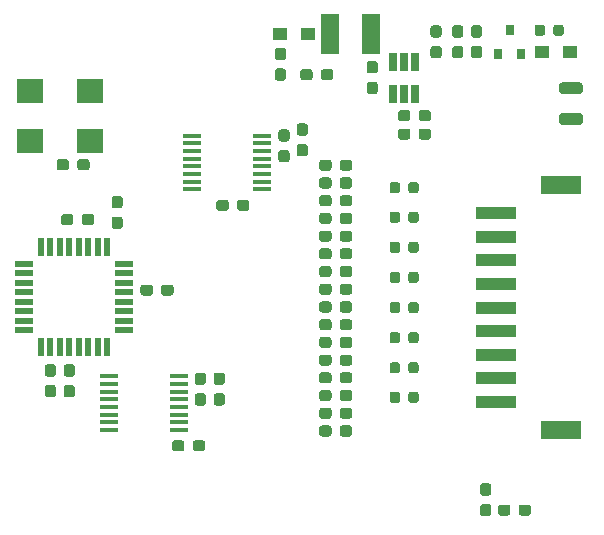
<source format=gtp>
%TF.GenerationSoftware,KiCad,Pcbnew,(5.1.8)-1*%
%TF.CreationDate,2021-02-13T13:26:23-08:00*%
%TF.ProjectId,20200103_8SBMS_A0,32303230-3031-4303-935f-3853424d535f,rev?*%
%TF.SameCoordinates,PXb061cf0PYa92e8c0*%
%TF.FileFunction,Paste,Top*%
%TF.FilePolarity,Positive*%
%FSLAX46Y46*%
G04 Gerber Fmt 4.6, Leading zero omitted, Abs format (unit mm)*
G04 Created by KiCad (PCBNEW (5.1.8)-1) date 2021-02-13 13:26:23*
%MOMM*%
%LPD*%
G01*
G04 APERTURE LIST*
%ADD10R,3.500000X1.000000*%
%ADD11R,3.500000X1.600000*%
%ADD12R,1.500000X3.500000*%
%ADD13R,1.500000X0.450000*%
%ADD14R,0.800000X0.900000*%
%ADD15R,0.550000X1.600000*%
%ADD16R,1.600000X0.550000*%
%ADD17R,0.650000X1.560000*%
%ADD18R,2.200000X2.000000*%
%ADD19R,1.150000X1.000000*%
G04 APERTURE END LIST*
D10*
X48250000Y32200000D03*
X48250000Y30200000D03*
X48250000Y28200000D03*
X48250000Y26200000D03*
X48250000Y24200000D03*
D11*
X53750000Y34600000D03*
X53750000Y13800000D03*
D10*
X48250000Y22200000D03*
X48250000Y20200000D03*
X48250000Y18200000D03*
X48250000Y16200000D03*
D12*
X37700000Y47400000D03*
X34200000Y47400000D03*
D13*
X28475000Y38750000D03*
X28475000Y38100000D03*
X28475000Y37450000D03*
X28475000Y36800000D03*
X28475000Y36150000D03*
X28475000Y35500000D03*
X28475000Y34850000D03*
X28475000Y34200000D03*
X22575000Y34200000D03*
X22575000Y34850000D03*
X22575000Y35500000D03*
X22575000Y36150000D03*
X22575000Y36800000D03*
X22575000Y37450000D03*
X22575000Y38100000D03*
X22575000Y38750000D03*
G36*
G01*
X13870000Y36537500D02*
X13870000Y36062500D01*
G75*
G02*
X13632500Y35825000I-237500J0D01*
G01*
X13057500Y35825000D01*
G75*
G02*
X12820000Y36062500I0J237500D01*
G01*
X12820000Y36537500D01*
G75*
G02*
X13057500Y36775000I237500J0D01*
G01*
X13632500Y36775000D01*
G75*
G02*
X13870000Y36537500I0J-237500D01*
G01*
G37*
G36*
G01*
X12120000Y36537500D02*
X12120000Y36062500D01*
G75*
G02*
X11882500Y35825000I-237500J0D01*
G01*
X11307500Y35825000D01*
G75*
G02*
X11070000Y36062500I0J237500D01*
G01*
X11070000Y36537500D01*
G75*
G02*
X11307500Y36775000I237500J0D01*
G01*
X11882500Y36775000D01*
G75*
G02*
X12120000Y36537500I0J-237500D01*
G01*
G37*
G36*
G01*
X14250000Y31887500D02*
X14250000Y31412500D01*
G75*
G02*
X14012500Y31175000I-237500J0D01*
G01*
X13437500Y31175000D01*
G75*
G02*
X13200000Y31412500I0J237500D01*
G01*
X13200000Y31887500D01*
G75*
G02*
X13437500Y32125000I237500J0D01*
G01*
X14012500Y32125000D01*
G75*
G02*
X14250000Y31887500I0J-237500D01*
G01*
G37*
G36*
G01*
X12500000Y31887500D02*
X12500000Y31412500D01*
G75*
G02*
X12262500Y31175000I-237500J0D01*
G01*
X11687500Y31175000D01*
G75*
G02*
X11450000Y31412500I0J237500D01*
G01*
X11450000Y31887500D01*
G75*
G02*
X11687500Y32125000I237500J0D01*
G01*
X12262500Y32125000D01*
G75*
G02*
X12500000Y31887500I0J-237500D01*
G01*
G37*
G36*
G01*
X10312500Y19400000D02*
X10787500Y19400000D01*
G75*
G02*
X11025000Y19162500I0J-237500D01*
G01*
X11025000Y18587500D01*
G75*
G02*
X10787500Y18350000I-237500J0D01*
G01*
X10312500Y18350000D01*
G75*
G02*
X10075000Y18587500I0J237500D01*
G01*
X10075000Y19162500D01*
G75*
G02*
X10312500Y19400000I237500J0D01*
G01*
G37*
G36*
G01*
X10312500Y17650000D02*
X10787500Y17650000D01*
G75*
G02*
X11025000Y17412500I0J-237500D01*
G01*
X11025000Y16837500D01*
G75*
G02*
X10787500Y16600000I-237500J0D01*
G01*
X10312500Y16600000D01*
G75*
G02*
X10075000Y16837500I0J237500D01*
G01*
X10075000Y17412500D01*
G75*
G02*
X10312500Y17650000I237500J0D01*
G01*
G37*
G36*
G01*
X18175000Y25437500D02*
X18175000Y25912500D01*
G75*
G02*
X18412500Y26150000I237500J0D01*
G01*
X18987500Y26150000D01*
G75*
G02*
X19225000Y25912500I0J-237500D01*
G01*
X19225000Y25437500D01*
G75*
G02*
X18987500Y25200000I-237500J0D01*
G01*
X18412500Y25200000D01*
G75*
G02*
X18175000Y25437500I0J237500D01*
G01*
G37*
G36*
G01*
X19925000Y25437500D02*
X19925000Y25912500D01*
G75*
G02*
X20162500Y26150000I237500J0D01*
G01*
X20737500Y26150000D01*
G75*
G02*
X20975000Y25912500I0J-237500D01*
G01*
X20975000Y25437500D01*
G75*
G02*
X20737500Y25200000I-237500J0D01*
G01*
X20162500Y25200000D01*
G75*
G02*
X19925000Y25437500I0J237500D01*
G01*
G37*
G36*
G01*
X11912500Y17650000D02*
X12387500Y17650000D01*
G75*
G02*
X12625000Y17412500I0J-237500D01*
G01*
X12625000Y16837500D01*
G75*
G02*
X12387500Y16600000I-237500J0D01*
G01*
X11912500Y16600000D01*
G75*
G02*
X11675000Y16837500I0J237500D01*
G01*
X11675000Y17412500D01*
G75*
G02*
X11912500Y17650000I237500J0D01*
G01*
G37*
G36*
G01*
X11912500Y19400000D02*
X12387500Y19400000D01*
G75*
G02*
X12625000Y19162500I0J-237500D01*
G01*
X12625000Y18587500D01*
G75*
G02*
X12387500Y18350000I-237500J0D01*
G01*
X11912500Y18350000D01*
G75*
G02*
X11675000Y18587500I0J237500D01*
G01*
X11675000Y19162500D01*
G75*
G02*
X11912500Y19400000I237500J0D01*
G01*
G37*
G36*
G01*
X23487500Y17650000D02*
X23012500Y17650000D01*
G75*
G02*
X22775000Y17887500I0J237500D01*
G01*
X22775000Y18462500D01*
G75*
G02*
X23012500Y18700000I237500J0D01*
G01*
X23487500Y18700000D01*
G75*
G02*
X23725000Y18462500I0J-237500D01*
G01*
X23725000Y17887500D01*
G75*
G02*
X23487500Y17650000I-237500J0D01*
G01*
G37*
G36*
G01*
X23487500Y15900000D02*
X23012500Y15900000D01*
G75*
G02*
X22775000Y16137500I0J237500D01*
G01*
X22775000Y16712500D01*
G75*
G02*
X23012500Y16950000I237500J0D01*
G01*
X23487500Y16950000D01*
G75*
G02*
X23725000Y16712500I0J-237500D01*
G01*
X23725000Y16137500D01*
G75*
G02*
X23487500Y15900000I-237500J0D01*
G01*
G37*
G36*
G01*
X30562500Y36500000D02*
X30087500Y36500000D01*
G75*
G02*
X29850000Y36737500I0J237500D01*
G01*
X29850000Y37312500D01*
G75*
G02*
X30087500Y37550000I237500J0D01*
G01*
X30562500Y37550000D01*
G75*
G02*
X30800000Y37312500I0J-237500D01*
G01*
X30800000Y36737500D01*
G75*
G02*
X30562500Y36500000I-237500J0D01*
G01*
G37*
G36*
G01*
X30562500Y38250000D02*
X30087500Y38250000D01*
G75*
G02*
X29850000Y38487500I0J237500D01*
G01*
X29850000Y39062500D01*
G75*
G02*
X30087500Y39300000I237500J0D01*
G01*
X30562500Y39300000D01*
G75*
G02*
X30800000Y39062500I0J-237500D01*
G01*
X30800000Y38487500D01*
G75*
G02*
X30562500Y38250000I-237500J0D01*
G01*
G37*
G36*
G01*
X23650000Y12737500D02*
X23650000Y12262500D01*
G75*
G02*
X23412500Y12025000I-237500J0D01*
G01*
X22837500Y12025000D01*
G75*
G02*
X22600000Y12262500I0J237500D01*
G01*
X22600000Y12737500D01*
G75*
G02*
X22837500Y12975000I237500J0D01*
G01*
X23412500Y12975000D01*
G75*
G02*
X23650000Y12737500I0J-237500D01*
G01*
G37*
G36*
G01*
X21900000Y12737500D02*
X21900000Y12262500D01*
G75*
G02*
X21662500Y12025000I-237500J0D01*
G01*
X21087500Y12025000D01*
G75*
G02*
X20850000Y12262500I0J237500D01*
G01*
X20850000Y12737500D01*
G75*
G02*
X21087500Y12975000I237500J0D01*
G01*
X21662500Y12975000D01*
G75*
G02*
X21900000Y12737500I0J-237500D01*
G01*
G37*
G36*
G01*
X32112500Y37000000D02*
X31637500Y37000000D01*
G75*
G02*
X31400000Y37237500I0J237500D01*
G01*
X31400000Y37812500D01*
G75*
G02*
X31637500Y38050000I237500J0D01*
G01*
X32112500Y38050000D01*
G75*
G02*
X32350000Y37812500I0J-237500D01*
G01*
X32350000Y37237500D01*
G75*
G02*
X32112500Y37000000I-237500J0D01*
G01*
G37*
G36*
G01*
X32112500Y38750000D02*
X31637500Y38750000D01*
G75*
G02*
X31400000Y38987500I0J237500D01*
G01*
X31400000Y39562500D01*
G75*
G02*
X31637500Y39800000I237500J0D01*
G01*
X32112500Y39800000D01*
G75*
G02*
X32350000Y39562500I0J-237500D01*
G01*
X32350000Y38987500D01*
G75*
G02*
X32112500Y38750000I-237500J0D01*
G01*
G37*
G36*
G01*
X25087500Y17650000D02*
X24612500Y17650000D01*
G75*
G02*
X24375000Y17887500I0J237500D01*
G01*
X24375000Y18462500D01*
G75*
G02*
X24612500Y18700000I237500J0D01*
G01*
X25087500Y18700000D01*
G75*
G02*
X25325000Y18462500I0J-237500D01*
G01*
X25325000Y17887500D01*
G75*
G02*
X25087500Y17650000I-237500J0D01*
G01*
G37*
G36*
G01*
X25087500Y15900000D02*
X24612500Y15900000D01*
G75*
G02*
X24375000Y16137500I0J237500D01*
G01*
X24375000Y16712500D01*
G75*
G02*
X24612500Y16950000I237500J0D01*
G01*
X25087500Y16950000D01*
G75*
G02*
X25325000Y16712500I0J-237500D01*
G01*
X25325000Y16137500D01*
G75*
G02*
X25087500Y15900000I-237500J0D01*
G01*
G37*
G36*
G01*
X25650000Y33087500D02*
X25650000Y32612500D01*
G75*
G02*
X25412500Y32375000I-237500J0D01*
G01*
X24837500Y32375000D01*
G75*
G02*
X24600000Y32612500I0J237500D01*
G01*
X24600000Y33087500D01*
G75*
G02*
X24837500Y33325000I237500J0D01*
G01*
X25412500Y33325000D01*
G75*
G02*
X25650000Y33087500I0J-237500D01*
G01*
G37*
G36*
G01*
X27400000Y33087500D02*
X27400000Y32612500D01*
G75*
G02*
X27162500Y32375000I-237500J0D01*
G01*
X26587500Y32375000D01*
G75*
G02*
X26350000Y32612500I0J237500D01*
G01*
X26350000Y33087500D01*
G75*
G02*
X26587500Y33325000I237500J0D01*
G01*
X27162500Y33325000D01*
G75*
G02*
X27400000Y33087500I0J-237500D01*
G01*
G37*
G36*
G01*
X46387500Y46350000D02*
X46862500Y46350000D01*
G75*
G02*
X47100000Y46112500I0J-237500D01*
G01*
X47100000Y45537500D01*
G75*
G02*
X46862500Y45300000I-237500J0D01*
G01*
X46387500Y45300000D01*
G75*
G02*
X46150000Y45537500I0J237500D01*
G01*
X46150000Y46112500D01*
G75*
G02*
X46387500Y46350000I237500J0D01*
G01*
G37*
G36*
G01*
X46387500Y48100000D02*
X46862500Y48100000D01*
G75*
G02*
X47100000Y47862500I0J-237500D01*
G01*
X47100000Y47287500D01*
G75*
G02*
X46862500Y47050000I-237500J0D01*
G01*
X46387500Y47050000D01*
G75*
G02*
X46150000Y47287500I0J237500D01*
G01*
X46150000Y47862500D01*
G75*
G02*
X46387500Y48100000I237500J0D01*
G01*
G37*
G36*
G01*
X44787500Y46350000D02*
X45262500Y46350000D01*
G75*
G02*
X45500000Y46112500I0J-237500D01*
G01*
X45500000Y45537500D01*
G75*
G02*
X45262500Y45300000I-237500J0D01*
G01*
X44787500Y45300000D01*
G75*
G02*
X44550000Y45537500I0J237500D01*
G01*
X44550000Y46112500D01*
G75*
G02*
X44787500Y46350000I237500J0D01*
G01*
G37*
G36*
G01*
X44787500Y48100000D02*
X45262500Y48100000D01*
G75*
G02*
X45500000Y47862500I0J-237500D01*
G01*
X45500000Y47287500D01*
G75*
G02*
X45262500Y47050000I-237500J0D01*
G01*
X44787500Y47050000D01*
G75*
G02*
X44550000Y47287500I0J237500D01*
G01*
X44550000Y47862500D01*
G75*
G02*
X44787500Y48100000I237500J0D01*
G01*
G37*
G36*
G01*
X37562500Y43325000D02*
X38037500Y43325000D01*
G75*
G02*
X38275000Y43087500I0J-237500D01*
G01*
X38275000Y42512500D01*
G75*
G02*
X38037500Y42275000I-237500J0D01*
G01*
X37562500Y42275000D01*
G75*
G02*
X37325000Y42512500I0J237500D01*
G01*
X37325000Y43087500D01*
G75*
G02*
X37562500Y43325000I237500J0D01*
G01*
G37*
G36*
G01*
X37562500Y45075000D02*
X38037500Y45075000D01*
G75*
G02*
X38275000Y44837500I0J-237500D01*
G01*
X38275000Y44262500D01*
G75*
G02*
X38037500Y44025000I-237500J0D01*
G01*
X37562500Y44025000D01*
G75*
G02*
X37325000Y44262500I0J237500D01*
G01*
X37325000Y44837500D01*
G75*
G02*
X37562500Y45075000I237500J0D01*
G01*
G37*
D14*
X48475000Y45700000D03*
X50375000Y45700000D03*
X49425000Y47700000D03*
G36*
G01*
X41725000Y34606250D02*
X41725000Y34093750D01*
G75*
G02*
X41506250Y33875000I-218750J0D01*
G01*
X41068750Y33875000D01*
G75*
G02*
X40850000Y34093750I0J218750D01*
G01*
X40850000Y34606250D01*
G75*
G02*
X41068750Y34825000I218750J0D01*
G01*
X41506250Y34825000D01*
G75*
G02*
X41725000Y34606250I0J-218750D01*
G01*
G37*
G36*
G01*
X40150000Y34606250D02*
X40150000Y34093750D01*
G75*
G02*
X39931250Y33875000I-218750J0D01*
G01*
X39493750Y33875000D01*
G75*
G02*
X39275000Y34093750I0J218750D01*
G01*
X39275000Y34606250D01*
G75*
G02*
X39493750Y34825000I218750J0D01*
G01*
X39931250Y34825000D01*
G75*
G02*
X40150000Y34606250I0J-218750D01*
G01*
G37*
G36*
G01*
X41725000Y32106250D02*
X41725000Y31593750D01*
G75*
G02*
X41506250Y31375000I-218750J0D01*
G01*
X41068750Y31375000D01*
G75*
G02*
X40850000Y31593750I0J218750D01*
G01*
X40850000Y32106250D01*
G75*
G02*
X41068750Y32325000I218750J0D01*
G01*
X41506250Y32325000D01*
G75*
G02*
X41725000Y32106250I0J-218750D01*
G01*
G37*
G36*
G01*
X40150000Y32106250D02*
X40150000Y31593750D01*
G75*
G02*
X39931250Y31375000I-218750J0D01*
G01*
X39493750Y31375000D01*
G75*
G02*
X39275000Y31593750I0J218750D01*
G01*
X39275000Y32106250D01*
G75*
G02*
X39493750Y32325000I218750J0D01*
G01*
X39931250Y32325000D01*
G75*
G02*
X40150000Y32106250I0J-218750D01*
G01*
G37*
G36*
G01*
X40150000Y29556250D02*
X40150000Y29043750D01*
G75*
G02*
X39931250Y28825000I-218750J0D01*
G01*
X39493750Y28825000D01*
G75*
G02*
X39275000Y29043750I0J218750D01*
G01*
X39275000Y29556250D01*
G75*
G02*
X39493750Y29775000I218750J0D01*
G01*
X39931250Y29775000D01*
G75*
G02*
X40150000Y29556250I0J-218750D01*
G01*
G37*
G36*
G01*
X41725000Y29556250D02*
X41725000Y29043750D01*
G75*
G02*
X41506250Y28825000I-218750J0D01*
G01*
X41068750Y28825000D01*
G75*
G02*
X40850000Y29043750I0J218750D01*
G01*
X40850000Y29556250D01*
G75*
G02*
X41068750Y29775000I218750J0D01*
G01*
X41506250Y29775000D01*
G75*
G02*
X41725000Y29556250I0J-218750D01*
G01*
G37*
G36*
G01*
X41725000Y27006250D02*
X41725000Y26493750D01*
G75*
G02*
X41506250Y26275000I-218750J0D01*
G01*
X41068750Y26275000D01*
G75*
G02*
X40850000Y26493750I0J218750D01*
G01*
X40850000Y27006250D01*
G75*
G02*
X41068750Y27225000I218750J0D01*
G01*
X41506250Y27225000D01*
G75*
G02*
X41725000Y27006250I0J-218750D01*
G01*
G37*
G36*
G01*
X40150000Y27006250D02*
X40150000Y26493750D01*
G75*
G02*
X39931250Y26275000I-218750J0D01*
G01*
X39493750Y26275000D01*
G75*
G02*
X39275000Y26493750I0J218750D01*
G01*
X39275000Y27006250D01*
G75*
G02*
X39493750Y27225000I218750J0D01*
G01*
X39931250Y27225000D01*
G75*
G02*
X40150000Y27006250I0J-218750D01*
G01*
G37*
G36*
G01*
X40150000Y24456250D02*
X40150000Y23943750D01*
G75*
G02*
X39931250Y23725000I-218750J0D01*
G01*
X39493750Y23725000D01*
G75*
G02*
X39275000Y23943750I0J218750D01*
G01*
X39275000Y24456250D01*
G75*
G02*
X39493750Y24675000I218750J0D01*
G01*
X39931250Y24675000D01*
G75*
G02*
X40150000Y24456250I0J-218750D01*
G01*
G37*
G36*
G01*
X41725000Y24456250D02*
X41725000Y23943750D01*
G75*
G02*
X41506250Y23725000I-218750J0D01*
G01*
X41068750Y23725000D01*
G75*
G02*
X40850000Y23943750I0J218750D01*
G01*
X40850000Y24456250D01*
G75*
G02*
X41068750Y24675000I218750J0D01*
G01*
X41506250Y24675000D01*
G75*
G02*
X41725000Y24456250I0J-218750D01*
G01*
G37*
G36*
G01*
X41725000Y21906250D02*
X41725000Y21393750D01*
G75*
G02*
X41506250Y21175000I-218750J0D01*
G01*
X41068750Y21175000D01*
G75*
G02*
X40850000Y21393750I0J218750D01*
G01*
X40850000Y21906250D01*
G75*
G02*
X41068750Y22125000I218750J0D01*
G01*
X41506250Y22125000D01*
G75*
G02*
X41725000Y21906250I0J-218750D01*
G01*
G37*
G36*
G01*
X40150000Y21906250D02*
X40150000Y21393750D01*
G75*
G02*
X39931250Y21175000I-218750J0D01*
G01*
X39493750Y21175000D01*
G75*
G02*
X39275000Y21393750I0J218750D01*
G01*
X39275000Y21906250D01*
G75*
G02*
X39493750Y22125000I218750J0D01*
G01*
X39931250Y22125000D01*
G75*
G02*
X40150000Y21906250I0J-218750D01*
G01*
G37*
G36*
G01*
X40150000Y19356250D02*
X40150000Y18843750D01*
G75*
G02*
X39931250Y18625000I-218750J0D01*
G01*
X39493750Y18625000D01*
G75*
G02*
X39275000Y18843750I0J218750D01*
G01*
X39275000Y19356250D01*
G75*
G02*
X39493750Y19575000I218750J0D01*
G01*
X39931250Y19575000D01*
G75*
G02*
X40150000Y19356250I0J-218750D01*
G01*
G37*
G36*
G01*
X41725000Y19356250D02*
X41725000Y18843750D01*
G75*
G02*
X41506250Y18625000I-218750J0D01*
G01*
X41068750Y18625000D01*
G75*
G02*
X40850000Y18843750I0J218750D01*
G01*
X40850000Y19356250D01*
G75*
G02*
X41068750Y19575000I218750J0D01*
G01*
X41506250Y19575000D01*
G75*
G02*
X41725000Y19356250I0J-218750D01*
G01*
G37*
G36*
G01*
X41725000Y16856250D02*
X41725000Y16343750D01*
G75*
G02*
X41506250Y16125000I-218750J0D01*
G01*
X41068750Y16125000D01*
G75*
G02*
X40850000Y16343750I0J218750D01*
G01*
X40850000Y16856250D01*
G75*
G02*
X41068750Y17075000I218750J0D01*
G01*
X41506250Y17075000D01*
G75*
G02*
X41725000Y16856250I0J-218750D01*
G01*
G37*
G36*
G01*
X40150000Y16856250D02*
X40150000Y16343750D01*
G75*
G02*
X39931250Y16125000I-218750J0D01*
G01*
X39493750Y16125000D01*
G75*
G02*
X39275000Y16343750I0J218750D01*
G01*
X39275000Y16856250D01*
G75*
G02*
X39493750Y17075000I218750J0D01*
G01*
X39931250Y17075000D01*
G75*
G02*
X40150000Y16856250I0J-218750D01*
G01*
G37*
G36*
G01*
X53125000Y47418750D02*
X53125000Y47931250D01*
G75*
G02*
X53343750Y48150000I218750J0D01*
G01*
X53781250Y48150000D01*
G75*
G02*
X54000000Y47931250I0J-218750D01*
G01*
X54000000Y47418750D01*
G75*
G02*
X53781250Y47200000I-218750J0D01*
G01*
X53343750Y47200000D01*
G75*
G02*
X53125000Y47418750I0J218750D01*
G01*
G37*
G36*
G01*
X51550000Y47418750D02*
X51550000Y47931250D01*
G75*
G02*
X51768750Y48150000I218750J0D01*
G01*
X52206250Y48150000D01*
G75*
G02*
X52425000Y47931250I0J-218750D01*
G01*
X52425000Y47418750D01*
G75*
G02*
X52206250Y47200000I-218750J0D01*
G01*
X51768750Y47200000D01*
G75*
G02*
X51550000Y47418750I0J218750D01*
G01*
G37*
G36*
G01*
X15962500Y33650000D02*
X16437500Y33650000D01*
G75*
G02*
X16675000Y33412500I0J-237500D01*
G01*
X16675000Y32837500D01*
G75*
G02*
X16437500Y32600000I-237500J0D01*
G01*
X15962500Y32600000D01*
G75*
G02*
X15725000Y32837500I0J237500D01*
G01*
X15725000Y33412500D01*
G75*
G02*
X15962500Y33650000I237500J0D01*
G01*
G37*
G36*
G01*
X15962500Y31900000D02*
X16437500Y31900000D01*
G75*
G02*
X16675000Y31662500I0J-237500D01*
G01*
X16675000Y31087500D01*
G75*
G02*
X16437500Y30850000I-237500J0D01*
G01*
X15962500Y30850000D01*
G75*
G02*
X15725000Y31087500I0J237500D01*
G01*
X15725000Y31662500D01*
G75*
G02*
X15962500Y31900000I237500J0D01*
G01*
G37*
G36*
G01*
X33300000Y34512500D02*
X33300000Y34987500D01*
G75*
G02*
X33537500Y35225000I237500J0D01*
G01*
X34112500Y35225000D01*
G75*
G02*
X34350000Y34987500I0J-237500D01*
G01*
X34350000Y34512500D01*
G75*
G02*
X34112500Y34275000I-237500J0D01*
G01*
X33537500Y34275000D01*
G75*
G02*
X33300000Y34512500I0J237500D01*
G01*
G37*
G36*
G01*
X35050000Y34512500D02*
X35050000Y34987500D01*
G75*
G02*
X35287500Y35225000I237500J0D01*
G01*
X35862500Y35225000D01*
G75*
G02*
X36100000Y34987500I0J-237500D01*
G01*
X36100000Y34512500D01*
G75*
G02*
X35862500Y34275000I-237500J0D01*
G01*
X35287500Y34275000D01*
G75*
G02*
X35050000Y34512500I0J237500D01*
G01*
G37*
G36*
G01*
X33300000Y31512500D02*
X33300000Y31987500D01*
G75*
G02*
X33537500Y32225000I237500J0D01*
G01*
X34112500Y32225000D01*
G75*
G02*
X34350000Y31987500I0J-237500D01*
G01*
X34350000Y31512500D01*
G75*
G02*
X34112500Y31275000I-237500J0D01*
G01*
X33537500Y31275000D01*
G75*
G02*
X33300000Y31512500I0J237500D01*
G01*
G37*
G36*
G01*
X35050000Y31512500D02*
X35050000Y31987500D01*
G75*
G02*
X35287500Y32225000I237500J0D01*
G01*
X35862500Y32225000D01*
G75*
G02*
X36100000Y31987500I0J-237500D01*
G01*
X36100000Y31512500D01*
G75*
G02*
X35862500Y31275000I-237500J0D01*
G01*
X35287500Y31275000D01*
G75*
G02*
X35050000Y31512500I0J237500D01*
G01*
G37*
G36*
G01*
X35050000Y28512500D02*
X35050000Y28987500D01*
G75*
G02*
X35287500Y29225000I237500J0D01*
G01*
X35862500Y29225000D01*
G75*
G02*
X36100000Y28987500I0J-237500D01*
G01*
X36100000Y28512500D01*
G75*
G02*
X35862500Y28275000I-237500J0D01*
G01*
X35287500Y28275000D01*
G75*
G02*
X35050000Y28512500I0J237500D01*
G01*
G37*
G36*
G01*
X33300000Y28512500D02*
X33300000Y28987500D01*
G75*
G02*
X33537500Y29225000I237500J0D01*
G01*
X34112500Y29225000D01*
G75*
G02*
X34350000Y28987500I0J-237500D01*
G01*
X34350000Y28512500D01*
G75*
G02*
X34112500Y28275000I-237500J0D01*
G01*
X33537500Y28275000D01*
G75*
G02*
X33300000Y28512500I0J237500D01*
G01*
G37*
G36*
G01*
X33300000Y25512500D02*
X33300000Y25987500D01*
G75*
G02*
X33537500Y26225000I237500J0D01*
G01*
X34112500Y26225000D01*
G75*
G02*
X34350000Y25987500I0J-237500D01*
G01*
X34350000Y25512500D01*
G75*
G02*
X34112500Y25275000I-237500J0D01*
G01*
X33537500Y25275000D01*
G75*
G02*
X33300000Y25512500I0J237500D01*
G01*
G37*
G36*
G01*
X35050000Y25512500D02*
X35050000Y25987500D01*
G75*
G02*
X35287500Y26225000I237500J0D01*
G01*
X35862500Y26225000D01*
G75*
G02*
X36100000Y25987500I0J-237500D01*
G01*
X36100000Y25512500D01*
G75*
G02*
X35862500Y25275000I-237500J0D01*
G01*
X35287500Y25275000D01*
G75*
G02*
X35050000Y25512500I0J237500D01*
G01*
G37*
G36*
G01*
X35050000Y22512500D02*
X35050000Y22987500D01*
G75*
G02*
X35287500Y23225000I237500J0D01*
G01*
X35862500Y23225000D01*
G75*
G02*
X36100000Y22987500I0J-237500D01*
G01*
X36100000Y22512500D01*
G75*
G02*
X35862500Y22275000I-237500J0D01*
G01*
X35287500Y22275000D01*
G75*
G02*
X35050000Y22512500I0J237500D01*
G01*
G37*
G36*
G01*
X33300000Y22512500D02*
X33300000Y22987500D01*
G75*
G02*
X33537500Y23225000I237500J0D01*
G01*
X34112500Y23225000D01*
G75*
G02*
X34350000Y22987500I0J-237500D01*
G01*
X34350000Y22512500D01*
G75*
G02*
X34112500Y22275000I-237500J0D01*
G01*
X33537500Y22275000D01*
G75*
G02*
X33300000Y22512500I0J237500D01*
G01*
G37*
G36*
G01*
X33300000Y19512500D02*
X33300000Y19987500D01*
G75*
G02*
X33537500Y20225000I237500J0D01*
G01*
X34112500Y20225000D01*
G75*
G02*
X34350000Y19987500I0J-237500D01*
G01*
X34350000Y19512500D01*
G75*
G02*
X34112500Y19275000I-237500J0D01*
G01*
X33537500Y19275000D01*
G75*
G02*
X33300000Y19512500I0J237500D01*
G01*
G37*
G36*
G01*
X35050000Y19512500D02*
X35050000Y19987500D01*
G75*
G02*
X35287500Y20225000I237500J0D01*
G01*
X35862500Y20225000D01*
G75*
G02*
X36100000Y19987500I0J-237500D01*
G01*
X36100000Y19512500D01*
G75*
G02*
X35862500Y19275000I-237500J0D01*
G01*
X35287500Y19275000D01*
G75*
G02*
X35050000Y19512500I0J237500D01*
G01*
G37*
G36*
G01*
X35050000Y16512500D02*
X35050000Y16987500D01*
G75*
G02*
X35287500Y17225000I237500J0D01*
G01*
X35862500Y17225000D01*
G75*
G02*
X36100000Y16987500I0J-237500D01*
G01*
X36100000Y16512500D01*
G75*
G02*
X35862500Y16275000I-237500J0D01*
G01*
X35287500Y16275000D01*
G75*
G02*
X35050000Y16512500I0J237500D01*
G01*
G37*
G36*
G01*
X33300000Y16512500D02*
X33300000Y16987500D01*
G75*
G02*
X33537500Y17225000I237500J0D01*
G01*
X34112500Y17225000D01*
G75*
G02*
X34350000Y16987500I0J-237500D01*
G01*
X34350000Y16512500D01*
G75*
G02*
X34112500Y16275000I-237500J0D01*
G01*
X33537500Y16275000D01*
G75*
G02*
X33300000Y16512500I0J237500D01*
G01*
G37*
G36*
G01*
X33300000Y13512500D02*
X33300000Y13987500D01*
G75*
G02*
X33537500Y14225000I237500J0D01*
G01*
X34112500Y14225000D01*
G75*
G02*
X34350000Y13987500I0J-237500D01*
G01*
X34350000Y13512500D01*
G75*
G02*
X34112500Y13275000I-237500J0D01*
G01*
X33537500Y13275000D01*
G75*
G02*
X33300000Y13512500I0J237500D01*
G01*
G37*
G36*
G01*
X35050000Y13512500D02*
X35050000Y13987500D01*
G75*
G02*
X35287500Y14225000I237500J0D01*
G01*
X35862500Y14225000D01*
G75*
G02*
X36100000Y13987500I0J-237500D01*
G01*
X36100000Y13512500D01*
G75*
G02*
X35862500Y13275000I-237500J0D01*
G01*
X35287500Y13275000D01*
G75*
G02*
X35050000Y13512500I0J237500D01*
G01*
G37*
G36*
G01*
X42962500Y46350000D02*
X43437500Y46350000D01*
G75*
G02*
X43675000Y46112500I0J-237500D01*
G01*
X43675000Y45537500D01*
G75*
G02*
X43437500Y45300000I-237500J0D01*
G01*
X42962500Y45300000D01*
G75*
G02*
X42725000Y45537500I0J237500D01*
G01*
X42725000Y46112500D01*
G75*
G02*
X42962500Y46350000I237500J0D01*
G01*
G37*
G36*
G01*
X42962500Y48100000D02*
X43437500Y48100000D01*
G75*
G02*
X43675000Y47862500I0J-237500D01*
G01*
X43675000Y47287500D01*
G75*
G02*
X43437500Y47050000I-237500J0D01*
G01*
X42962500Y47050000D01*
G75*
G02*
X42725000Y47287500I0J237500D01*
G01*
X42725000Y47862500D01*
G75*
G02*
X42962500Y48100000I237500J0D01*
G01*
G37*
G36*
G01*
X41025000Y40687500D02*
X41025000Y40212500D01*
G75*
G02*
X40787500Y39975000I-237500J0D01*
G01*
X40212500Y39975000D01*
G75*
G02*
X39975000Y40212500I0J237500D01*
G01*
X39975000Y40687500D01*
G75*
G02*
X40212500Y40925000I237500J0D01*
G01*
X40787500Y40925000D01*
G75*
G02*
X41025000Y40687500I0J-237500D01*
G01*
G37*
G36*
G01*
X42775000Y40687500D02*
X42775000Y40212500D01*
G75*
G02*
X42537500Y39975000I-237500J0D01*
G01*
X41962500Y39975000D01*
G75*
G02*
X41725000Y40212500I0J237500D01*
G01*
X41725000Y40687500D01*
G75*
G02*
X41962500Y40925000I237500J0D01*
G01*
X42537500Y40925000D01*
G75*
G02*
X42775000Y40687500I0J-237500D01*
G01*
G37*
D15*
X15350000Y29350000D03*
X14550000Y29350000D03*
X13750000Y29350000D03*
X12950000Y29350000D03*
X12150000Y29350000D03*
X11350000Y29350000D03*
X10550000Y29350000D03*
X9750000Y29350000D03*
D16*
X8300000Y27900000D03*
X8300000Y27100000D03*
X8300000Y26300000D03*
X8300000Y25500000D03*
X8300000Y24700000D03*
X8300000Y23900000D03*
X8300000Y23100000D03*
X8300000Y22300000D03*
D15*
X9750000Y20850000D03*
X10550000Y20850000D03*
X11350000Y20850000D03*
X12150000Y20850000D03*
X12950000Y20850000D03*
X13750000Y20850000D03*
X14550000Y20850000D03*
X15350000Y20850000D03*
D16*
X16800000Y22300000D03*
X16800000Y23100000D03*
X16800000Y23900000D03*
X16800000Y24700000D03*
X16800000Y25500000D03*
X16800000Y26300000D03*
X16800000Y27100000D03*
X16800000Y27900000D03*
D13*
X15500000Y18375000D03*
X15500000Y17725000D03*
X15500000Y17075000D03*
X15500000Y16425000D03*
X15500000Y15775000D03*
X15500000Y15125000D03*
X15500000Y14475000D03*
X15500000Y13825000D03*
X21400000Y13825000D03*
X21400000Y14475000D03*
X21400000Y15125000D03*
X21400000Y15775000D03*
X21400000Y16425000D03*
X21400000Y17075000D03*
X21400000Y17725000D03*
X21400000Y18375000D03*
D17*
X39550000Y42325000D03*
X40500000Y42325000D03*
X41450000Y42325000D03*
X41450000Y45025000D03*
X39550000Y45025000D03*
X40500000Y45025000D03*
D18*
X13940000Y42510000D03*
X8860000Y42510000D03*
X8860000Y38310000D03*
X13940000Y38310000D03*
G36*
G01*
X34350000Y36487500D02*
X34350000Y36012500D01*
G75*
G02*
X34112500Y35775000I-237500J0D01*
G01*
X33537500Y35775000D01*
G75*
G02*
X33300000Y36012500I0J237500D01*
G01*
X33300000Y36487500D01*
G75*
G02*
X33537500Y36725000I237500J0D01*
G01*
X34112500Y36725000D01*
G75*
G02*
X34350000Y36487500I0J-237500D01*
G01*
G37*
G36*
G01*
X36100000Y36487500D02*
X36100000Y36012500D01*
G75*
G02*
X35862500Y35775000I-237500J0D01*
G01*
X35287500Y35775000D01*
G75*
G02*
X35050000Y36012500I0J237500D01*
G01*
X35050000Y36487500D01*
G75*
G02*
X35287500Y36725000I237500J0D01*
G01*
X35862500Y36725000D01*
G75*
G02*
X36100000Y36487500I0J-237500D01*
G01*
G37*
G36*
G01*
X36100000Y33487500D02*
X36100000Y33012500D01*
G75*
G02*
X35862500Y32775000I-237500J0D01*
G01*
X35287500Y32775000D01*
G75*
G02*
X35050000Y33012500I0J237500D01*
G01*
X35050000Y33487500D01*
G75*
G02*
X35287500Y33725000I237500J0D01*
G01*
X35862500Y33725000D01*
G75*
G02*
X36100000Y33487500I0J-237500D01*
G01*
G37*
G36*
G01*
X34350000Y33487500D02*
X34350000Y33012500D01*
G75*
G02*
X34112500Y32775000I-237500J0D01*
G01*
X33537500Y32775000D01*
G75*
G02*
X33300000Y33012500I0J237500D01*
G01*
X33300000Y33487500D01*
G75*
G02*
X33537500Y33725000I237500J0D01*
G01*
X34112500Y33725000D01*
G75*
G02*
X34350000Y33487500I0J-237500D01*
G01*
G37*
G36*
G01*
X36100000Y30487500D02*
X36100000Y30012500D01*
G75*
G02*
X35862500Y29775000I-237500J0D01*
G01*
X35287500Y29775000D01*
G75*
G02*
X35050000Y30012500I0J237500D01*
G01*
X35050000Y30487500D01*
G75*
G02*
X35287500Y30725000I237500J0D01*
G01*
X35862500Y30725000D01*
G75*
G02*
X36100000Y30487500I0J-237500D01*
G01*
G37*
G36*
G01*
X34350000Y30487500D02*
X34350000Y30012500D01*
G75*
G02*
X34112500Y29775000I-237500J0D01*
G01*
X33537500Y29775000D01*
G75*
G02*
X33300000Y30012500I0J237500D01*
G01*
X33300000Y30487500D01*
G75*
G02*
X33537500Y30725000I237500J0D01*
G01*
X34112500Y30725000D01*
G75*
G02*
X34350000Y30487500I0J-237500D01*
G01*
G37*
G36*
G01*
X34350000Y27487500D02*
X34350000Y27012500D01*
G75*
G02*
X34112500Y26775000I-237500J0D01*
G01*
X33537500Y26775000D01*
G75*
G02*
X33300000Y27012500I0J237500D01*
G01*
X33300000Y27487500D01*
G75*
G02*
X33537500Y27725000I237500J0D01*
G01*
X34112500Y27725000D01*
G75*
G02*
X34350000Y27487500I0J-237500D01*
G01*
G37*
G36*
G01*
X36100000Y27487500D02*
X36100000Y27012500D01*
G75*
G02*
X35862500Y26775000I-237500J0D01*
G01*
X35287500Y26775000D01*
G75*
G02*
X35050000Y27012500I0J237500D01*
G01*
X35050000Y27487500D01*
G75*
G02*
X35287500Y27725000I237500J0D01*
G01*
X35862500Y27725000D01*
G75*
G02*
X36100000Y27487500I0J-237500D01*
G01*
G37*
G36*
G01*
X36100000Y24487500D02*
X36100000Y24012500D01*
G75*
G02*
X35862500Y23775000I-237500J0D01*
G01*
X35287500Y23775000D01*
G75*
G02*
X35050000Y24012500I0J237500D01*
G01*
X35050000Y24487500D01*
G75*
G02*
X35287500Y24725000I237500J0D01*
G01*
X35862500Y24725000D01*
G75*
G02*
X36100000Y24487500I0J-237500D01*
G01*
G37*
G36*
G01*
X34350000Y24487500D02*
X34350000Y24012500D01*
G75*
G02*
X34112500Y23775000I-237500J0D01*
G01*
X33537500Y23775000D01*
G75*
G02*
X33300000Y24012500I0J237500D01*
G01*
X33300000Y24487500D01*
G75*
G02*
X33537500Y24725000I237500J0D01*
G01*
X34112500Y24725000D01*
G75*
G02*
X34350000Y24487500I0J-237500D01*
G01*
G37*
G36*
G01*
X36100000Y21487500D02*
X36100000Y21012500D01*
G75*
G02*
X35862500Y20775000I-237500J0D01*
G01*
X35287500Y20775000D01*
G75*
G02*
X35050000Y21012500I0J237500D01*
G01*
X35050000Y21487500D01*
G75*
G02*
X35287500Y21725000I237500J0D01*
G01*
X35862500Y21725000D01*
G75*
G02*
X36100000Y21487500I0J-237500D01*
G01*
G37*
G36*
G01*
X34350000Y21487500D02*
X34350000Y21012500D01*
G75*
G02*
X34112500Y20775000I-237500J0D01*
G01*
X33537500Y20775000D01*
G75*
G02*
X33300000Y21012500I0J237500D01*
G01*
X33300000Y21487500D01*
G75*
G02*
X33537500Y21725000I237500J0D01*
G01*
X34112500Y21725000D01*
G75*
G02*
X34350000Y21487500I0J-237500D01*
G01*
G37*
G36*
G01*
X34350000Y18487500D02*
X34350000Y18012500D01*
G75*
G02*
X34112500Y17775000I-237500J0D01*
G01*
X33537500Y17775000D01*
G75*
G02*
X33300000Y18012500I0J237500D01*
G01*
X33300000Y18487500D01*
G75*
G02*
X33537500Y18725000I237500J0D01*
G01*
X34112500Y18725000D01*
G75*
G02*
X34350000Y18487500I0J-237500D01*
G01*
G37*
G36*
G01*
X36100000Y18487500D02*
X36100000Y18012500D01*
G75*
G02*
X35862500Y17775000I-237500J0D01*
G01*
X35287500Y17775000D01*
G75*
G02*
X35050000Y18012500I0J237500D01*
G01*
X35050000Y18487500D01*
G75*
G02*
X35287500Y18725000I237500J0D01*
G01*
X35862500Y18725000D01*
G75*
G02*
X36100000Y18487500I0J-237500D01*
G01*
G37*
G36*
G01*
X36100000Y15487500D02*
X36100000Y15012500D01*
G75*
G02*
X35862500Y14775000I-237500J0D01*
G01*
X35287500Y14775000D01*
G75*
G02*
X35050000Y15012500I0J237500D01*
G01*
X35050000Y15487500D01*
G75*
G02*
X35287500Y15725000I237500J0D01*
G01*
X35862500Y15725000D01*
G75*
G02*
X36100000Y15487500I0J-237500D01*
G01*
G37*
G36*
G01*
X34350000Y15487500D02*
X34350000Y15012500D01*
G75*
G02*
X34112500Y14775000I-237500J0D01*
G01*
X33537500Y14775000D01*
G75*
G02*
X33300000Y15012500I0J237500D01*
G01*
X33300000Y15487500D01*
G75*
G02*
X33537500Y15725000I237500J0D01*
G01*
X34112500Y15725000D01*
G75*
G02*
X34350000Y15487500I0J-237500D01*
G01*
G37*
G36*
G01*
X32750000Y44162500D02*
X32750000Y43687500D01*
G75*
G02*
X32512500Y43450000I-237500J0D01*
G01*
X31937500Y43450000D01*
G75*
G02*
X31700000Y43687500I0J237500D01*
G01*
X31700000Y44162500D01*
G75*
G02*
X31937500Y44400000I237500J0D01*
G01*
X32512500Y44400000D01*
G75*
G02*
X32750000Y44162500I0J-237500D01*
G01*
G37*
G36*
G01*
X34500000Y44162500D02*
X34500000Y43687500D01*
G75*
G02*
X34262500Y43450000I-237500J0D01*
G01*
X33687500Y43450000D01*
G75*
G02*
X33450000Y43687500I0J237500D01*
G01*
X33450000Y44162500D01*
G75*
G02*
X33687500Y44400000I237500J0D01*
G01*
X34262500Y44400000D01*
G75*
G02*
X34500000Y44162500I0J-237500D01*
G01*
G37*
G36*
G01*
X29787500Y46200000D02*
X30262500Y46200000D01*
G75*
G02*
X30500000Y45962500I0J-237500D01*
G01*
X30500000Y45387500D01*
G75*
G02*
X30262500Y45150000I-237500J0D01*
G01*
X29787500Y45150000D01*
G75*
G02*
X29550000Y45387500I0J237500D01*
G01*
X29550000Y45962500D01*
G75*
G02*
X29787500Y46200000I237500J0D01*
G01*
G37*
G36*
G01*
X29787500Y44450000D02*
X30262500Y44450000D01*
G75*
G02*
X30500000Y44212500I0J-237500D01*
G01*
X30500000Y43637500D01*
G75*
G02*
X30262500Y43400000I-237500J0D01*
G01*
X29787500Y43400000D01*
G75*
G02*
X29550000Y43637500I0J237500D01*
G01*
X29550000Y44212500D01*
G75*
G02*
X29787500Y44450000I237500J0D01*
G01*
G37*
D19*
X30025000Y47400000D03*
X32375000Y47400000D03*
G36*
G01*
X39975000Y38637500D02*
X39975000Y39112500D01*
G75*
G02*
X40212500Y39350000I237500J0D01*
G01*
X40787500Y39350000D01*
G75*
G02*
X41025000Y39112500I0J-237500D01*
G01*
X41025000Y38637500D01*
G75*
G02*
X40787500Y38400000I-237500J0D01*
G01*
X40212500Y38400000D01*
G75*
G02*
X39975000Y38637500I0J237500D01*
G01*
G37*
G36*
G01*
X41725000Y38637500D02*
X41725000Y39112500D01*
G75*
G02*
X41962500Y39350000I237500J0D01*
G01*
X42537500Y39350000D01*
G75*
G02*
X42775000Y39112500I0J-237500D01*
G01*
X42775000Y38637500D01*
G75*
G02*
X42537500Y38400000I-237500J0D01*
G01*
X41962500Y38400000D01*
G75*
G02*
X41725000Y38637500I0J237500D01*
G01*
G37*
X54500000Y45875000D03*
X52150000Y45875000D03*
G36*
G01*
X53625000Y42525000D02*
X53625000Y43025000D01*
G75*
G02*
X53875000Y43275000I250000J0D01*
G01*
X55375000Y43275000D01*
G75*
G02*
X55625000Y43025000I0J-250000D01*
G01*
X55625000Y42525000D01*
G75*
G02*
X55375000Y42275000I-250000J0D01*
G01*
X53875000Y42275000D01*
G75*
G02*
X53625000Y42525000I0J250000D01*
G01*
G37*
G36*
G01*
X53625000Y39925000D02*
X53625000Y40425000D01*
G75*
G02*
X53875000Y40675000I250000J0D01*
G01*
X55375000Y40675000D01*
G75*
G02*
X55625000Y40425000I0J-250000D01*
G01*
X55625000Y39925000D01*
G75*
G02*
X55375000Y39675000I-250000J0D01*
G01*
X53875000Y39675000D01*
G75*
G02*
X53625000Y39925000I0J250000D01*
G01*
G37*
G36*
G01*
X47637500Y6525000D02*
X47162500Y6525000D01*
G75*
G02*
X46925000Y6762500I0J237500D01*
G01*
X46925000Y7337500D01*
G75*
G02*
X47162500Y7575000I237500J0D01*
G01*
X47637500Y7575000D01*
G75*
G02*
X47875000Y7337500I0J-237500D01*
G01*
X47875000Y6762500D01*
G75*
G02*
X47637500Y6525000I-237500J0D01*
G01*
G37*
G36*
G01*
X47637500Y8275000D02*
X47162500Y8275000D01*
G75*
G02*
X46925000Y8512500I0J237500D01*
G01*
X46925000Y9087500D01*
G75*
G02*
X47162500Y9325000I237500J0D01*
G01*
X47637500Y9325000D01*
G75*
G02*
X47875000Y9087500I0J-237500D01*
G01*
X47875000Y8512500D01*
G75*
G02*
X47637500Y8275000I-237500J0D01*
G01*
G37*
G36*
G01*
X48450000Y6812500D02*
X48450000Y7287500D01*
G75*
G02*
X48687500Y7525000I237500J0D01*
G01*
X49262500Y7525000D01*
G75*
G02*
X49500000Y7287500I0J-237500D01*
G01*
X49500000Y6812500D01*
G75*
G02*
X49262500Y6575000I-237500J0D01*
G01*
X48687500Y6575000D01*
G75*
G02*
X48450000Y6812500I0J237500D01*
G01*
G37*
G36*
G01*
X50200000Y6812500D02*
X50200000Y7287500D01*
G75*
G02*
X50437500Y7525000I237500J0D01*
G01*
X51012500Y7525000D01*
G75*
G02*
X51250000Y7287500I0J-237500D01*
G01*
X51250000Y6812500D01*
G75*
G02*
X51012500Y6575000I-237500J0D01*
G01*
X50437500Y6575000D01*
G75*
G02*
X50200000Y6812500I0J237500D01*
G01*
G37*
M02*

</source>
